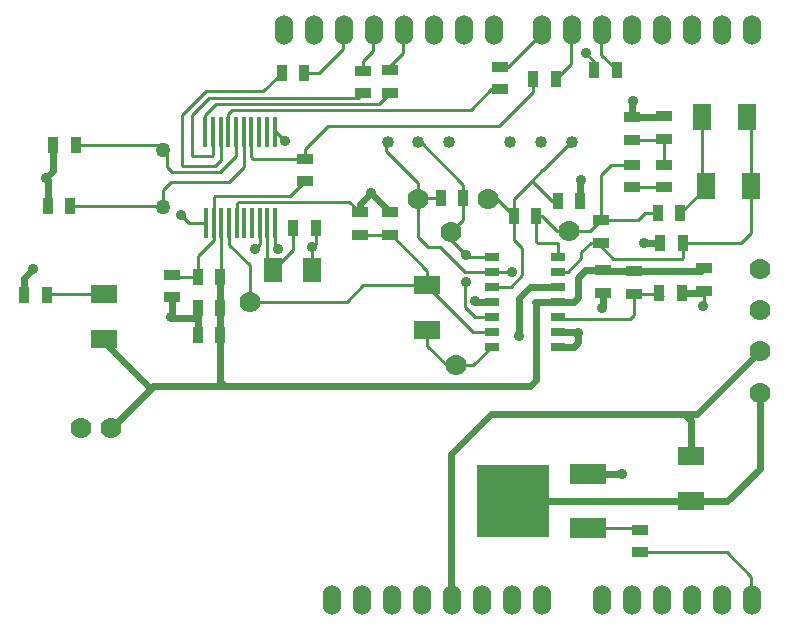
<source format=gtl>
G04 (created by PCBNEW (2013-07-07 BZR 4022)-stable) date 10/29/2014 9:54:54 AM*
%MOIN*%
G04 Gerber Fmt 3.4, Leading zero omitted, Abs format*
%FSLAX34Y34*%
G01*
G70*
G90*
G04 APERTURE LIST*
%ADD10C,0.00590551*%
%ADD11R,0.06X0.08*%
%ADD12R,0.055X0.035*%
%ADD13R,0.035X0.055*%
%ADD14C,0.07*%
%ADD15R,0.011811X0.0984252*%
%ADD16C,0.05*%
%ADD17R,0.0866X0.063*%
%ADD18R,0.063X0.0866*%
%ADD19R,0.05X0.025*%
%ADD20R,0.12X0.065*%
%ADD21R,0.24X0.24*%
%ADD22O,0.06X0.1*%
%ADD23C,0.04*%
%ADD24C,0.035*%
%ADD25C,0.01*%
%ADD26C,0.024*%
G04 APERTURE END LIST*
G54D10*
G54D11*
X81810Y-48370D03*
X83110Y-48370D03*
G54D12*
X94832Y-43997D03*
X94832Y-43247D03*
G54D13*
X79305Y-50525D03*
X80055Y-50525D03*
G54D12*
X78450Y-49275D03*
X78450Y-48525D03*
G54D13*
X79295Y-48595D03*
X80045Y-48595D03*
X74487Y-44202D03*
X75237Y-44202D03*
X74300Y-46240D03*
X75050Y-46240D03*
X79305Y-49619D03*
X80055Y-49619D03*
G54D12*
X82866Y-45399D03*
X82866Y-44649D03*
G54D13*
X82485Y-46964D03*
X83235Y-46964D03*
G54D12*
X93830Y-48410D03*
X93830Y-49160D03*
G54D13*
X94690Y-49120D03*
X95440Y-49120D03*
G54D12*
X84694Y-47195D03*
X84694Y-46445D03*
G54D13*
X95473Y-47470D03*
X94723Y-47470D03*
G54D12*
X93789Y-44016D03*
X93789Y-43266D03*
G54D13*
X94634Y-46476D03*
X95384Y-46476D03*
G54D12*
X92736Y-46711D03*
X92736Y-47461D03*
X93759Y-44861D03*
X93759Y-45611D03*
X94842Y-45611D03*
X94842Y-44861D03*
G54D13*
X89841Y-46564D03*
X90591Y-46564D03*
G54D12*
X85698Y-47195D03*
X85698Y-46445D03*
G54D13*
X82845Y-41790D03*
X82095Y-41790D03*
X73510Y-49190D03*
X74260Y-49190D03*
G54D12*
X84793Y-41725D03*
X84793Y-42475D03*
X85720Y-41705D03*
X85720Y-42455D03*
X89373Y-41595D03*
X89373Y-42345D03*
X94047Y-57775D03*
X94047Y-57025D03*
G54D13*
X91232Y-42007D03*
X90482Y-42007D03*
X93272Y-41710D03*
X92522Y-41710D03*
G54D14*
X81030Y-49430D03*
G54D15*
X79575Y-46809D03*
X79831Y-46809D03*
X80087Y-46809D03*
X80343Y-46809D03*
X80599Y-46809D03*
X80855Y-46809D03*
X81111Y-46809D03*
X81366Y-46809D03*
X81622Y-46809D03*
X81878Y-46809D03*
X81859Y-43757D03*
X81603Y-43757D03*
X81347Y-43757D03*
X81091Y-43757D03*
X80835Y-43757D03*
X80579Y-43757D03*
X80323Y-43757D03*
X80067Y-43757D03*
X79811Y-43757D03*
X79555Y-43757D03*
G54D16*
X78133Y-44359D03*
X78133Y-46280D03*
G54D14*
X98038Y-52456D03*
X98038Y-51078D03*
X98038Y-49700D03*
X98038Y-48322D03*
X75400Y-53637D03*
X76407Y-53641D03*
G54D17*
X86958Y-50373D03*
X86958Y-48877D03*
G54D18*
X97736Y-45580D03*
X96240Y-45580D03*
X96122Y-43248D03*
X97618Y-43248D03*
G54D17*
X76185Y-50668D03*
X76185Y-49172D03*
X95753Y-56071D03*
X95753Y-54575D03*
G54D19*
X91302Y-50920D03*
X91302Y-50420D03*
X91302Y-49920D03*
X91302Y-49420D03*
X91302Y-48920D03*
X91302Y-48420D03*
X91302Y-47920D03*
X89102Y-47920D03*
X89102Y-48420D03*
X89102Y-48920D03*
X89102Y-49420D03*
X89102Y-49920D03*
X89102Y-50420D03*
X89102Y-50920D03*
G54D20*
X92304Y-56965D03*
G54D21*
X89804Y-56065D03*
G54D20*
X92304Y-55165D03*
G54D12*
X92820Y-48375D03*
X92820Y-49125D03*
X96185Y-48310D03*
X96185Y-49060D03*
G54D14*
X91670Y-47075D03*
X88960Y-45990D03*
X87741Y-47111D03*
X87923Y-51545D03*
X86633Y-46013D03*
G54D22*
X89170Y-40364D03*
X88170Y-40364D03*
X87170Y-40364D03*
X86170Y-40364D03*
X85170Y-40364D03*
X84170Y-40364D03*
X83170Y-40364D03*
X82170Y-40364D03*
X86770Y-59364D03*
X85770Y-59364D03*
X84770Y-59364D03*
X83770Y-59364D03*
X87770Y-59364D03*
X88770Y-59364D03*
X89770Y-59364D03*
X90770Y-59364D03*
X92770Y-59364D03*
X93770Y-59364D03*
X94770Y-59364D03*
X95770Y-59364D03*
X96770Y-59364D03*
X97770Y-59364D03*
X97770Y-40364D03*
X96770Y-40364D03*
X95770Y-40364D03*
X94770Y-40364D03*
X93770Y-40364D03*
X92770Y-40364D03*
X91770Y-40364D03*
X90770Y-40364D03*
G54D13*
X88155Y-45970D03*
X87405Y-45970D03*
X92054Y-46053D03*
X91304Y-46053D03*
G54D23*
X91762Y-44114D03*
X90738Y-44114D03*
X89715Y-44114D03*
X87682Y-44095D03*
X86658Y-44095D03*
X85635Y-44095D03*
G54D24*
X92071Y-45353D03*
X90009Y-50580D03*
X85060Y-45810D03*
X93799Y-42736D03*
X94163Y-47450D03*
X91990Y-50450D03*
X78728Y-46532D03*
X92229Y-41135D03*
X89760Y-48430D03*
X96138Y-49574D03*
X78420Y-49940D03*
X74250Y-45300D03*
X92780Y-49630D03*
X88550Y-49410D03*
X82200Y-44050D03*
X81970Y-47670D03*
X81210Y-47670D03*
X83110Y-47610D03*
X73816Y-48330D03*
X88238Y-47864D03*
X88228Y-48759D03*
X93430Y-55180D03*
G54D25*
X94047Y-57775D02*
X96926Y-57775D01*
X97750Y-58599D02*
X97750Y-59400D01*
X96926Y-57775D02*
X97750Y-58599D01*
X84793Y-41725D02*
X84793Y-41413D01*
X85150Y-41056D02*
X85150Y-40400D01*
X84793Y-41413D02*
X85150Y-41056D01*
X85720Y-41705D02*
X85720Y-41550D01*
X86150Y-41120D02*
X86150Y-40400D01*
X85720Y-41550D02*
X86150Y-41120D01*
X82845Y-41790D02*
X83341Y-41790D01*
X84150Y-40981D02*
X84150Y-40400D01*
X83341Y-41790D02*
X84150Y-40981D01*
X84150Y-40750D02*
X84150Y-40400D01*
G54D26*
X95753Y-54575D02*
X95753Y-53393D01*
X95753Y-53393D02*
X95532Y-53172D01*
X87750Y-59400D02*
X87750Y-54499D01*
X95944Y-53172D02*
X98038Y-51078D01*
X89077Y-53172D02*
X95532Y-53172D01*
X95532Y-53172D02*
X95944Y-53172D01*
X87750Y-54499D02*
X89077Y-53172D01*
G54D25*
X89373Y-41595D02*
X89637Y-41595D01*
X90750Y-40482D02*
X90750Y-40400D01*
X89637Y-41595D02*
X90750Y-40482D01*
X91750Y-40400D02*
X91750Y-41489D01*
X91750Y-41489D02*
X91232Y-42007D01*
X92750Y-40400D02*
X92750Y-41188D01*
X92750Y-41188D02*
X93272Y-41710D01*
X79295Y-48595D02*
X78520Y-48595D01*
X78520Y-48595D02*
X78450Y-48525D01*
X79831Y-46809D02*
X79831Y-45930D01*
X82380Y-45885D02*
X82866Y-45399D01*
X79877Y-45885D02*
X82380Y-45885D01*
X79831Y-45930D02*
X79877Y-45885D01*
X79831Y-46809D02*
X79831Y-47372D01*
X79295Y-47908D02*
X79295Y-48595D01*
X79831Y-47372D02*
X79295Y-47908D01*
X81030Y-49430D02*
X84260Y-49430D01*
X84812Y-48877D02*
X86958Y-48877D01*
X84260Y-49430D02*
X84812Y-48877D01*
X89102Y-50420D02*
X88490Y-50420D01*
X88490Y-50420D02*
X86958Y-48887D01*
X86958Y-48887D02*
X86958Y-48877D01*
X84694Y-47195D02*
X85698Y-47195D01*
X85698Y-47195D02*
X85768Y-47195D01*
X85768Y-47195D02*
X86958Y-48385D01*
X86958Y-48385D02*
X86958Y-48877D01*
X80343Y-46809D02*
X80343Y-47523D01*
X80343Y-47523D02*
X81030Y-48210D01*
X81030Y-48210D02*
X81030Y-49430D01*
X84180Y-42639D02*
X79659Y-42639D01*
X79811Y-44528D02*
X79770Y-44570D01*
X79811Y-44528D02*
X79811Y-43757D01*
X79130Y-44570D02*
X79770Y-44570D01*
X79110Y-44550D02*
X79130Y-44570D01*
X79110Y-43189D02*
X79110Y-44550D01*
X79659Y-42639D02*
X79110Y-43189D01*
X84015Y-42639D02*
X84180Y-42639D01*
X84180Y-42639D02*
X84628Y-42639D01*
X84628Y-42639D02*
X84793Y-42475D01*
X79555Y-43757D02*
X79555Y-43204D01*
X85335Y-42839D02*
X85720Y-42455D01*
X79920Y-42839D02*
X85335Y-42839D01*
X79555Y-43204D02*
X79920Y-42839D01*
X80358Y-45418D02*
X78411Y-45418D01*
X78133Y-45696D02*
X78133Y-46280D01*
X78411Y-45418D02*
X78133Y-45696D01*
X76842Y-46240D02*
X78093Y-46240D01*
X78093Y-46240D02*
X78133Y-46280D01*
X75050Y-46240D02*
X76842Y-46240D01*
X80835Y-43757D02*
X80835Y-44942D01*
X80835Y-44942D02*
X80358Y-45418D01*
X80358Y-45418D02*
X80344Y-45433D01*
X80049Y-45098D02*
X78451Y-45098D01*
X80049Y-45098D02*
X80579Y-44568D01*
X80579Y-43757D02*
X80579Y-44568D01*
X78270Y-44495D02*
X78133Y-44359D01*
X78270Y-44916D02*
X78270Y-44495D01*
X78451Y-45098D02*
X78270Y-44916D01*
X75237Y-44202D02*
X77977Y-44202D01*
X77977Y-44202D02*
X78133Y-44359D01*
X82485Y-46964D02*
X82485Y-47695D01*
X82485Y-47695D02*
X81810Y-48370D01*
X81622Y-46809D02*
X81622Y-48182D01*
X81622Y-48182D02*
X81810Y-48370D01*
X81475Y-42410D02*
X79570Y-42410D01*
X80067Y-44712D02*
X79950Y-44830D01*
X80067Y-43757D02*
X80067Y-44712D01*
X81475Y-42410D02*
X82095Y-41790D01*
X79881Y-44898D02*
X79950Y-44830D01*
X78800Y-44898D02*
X79881Y-44898D01*
X78790Y-44888D02*
X78800Y-44898D01*
X78790Y-43190D02*
X78790Y-44888D01*
X79570Y-42410D02*
X78790Y-43190D01*
G54D26*
X80055Y-50525D02*
X80055Y-52095D01*
X80055Y-52095D02*
X80205Y-52245D01*
X76185Y-50668D02*
X76185Y-50775D01*
X76185Y-50775D02*
X77729Y-52319D01*
X90575Y-51600D02*
X90575Y-52030D01*
X90575Y-52030D02*
X90360Y-52245D01*
X90360Y-52245D02*
X80205Y-52245D01*
X77804Y-52245D02*
X77729Y-52319D01*
X80205Y-52245D02*
X77804Y-52245D01*
X77729Y-52319D02*
X76407Y-53641D01*
X80055Y-49619D02*
X80055Y-50525D01*
X80045Y-48595D02*
X80045Y-49609D01*
X80045Y-49609D02*
X80055Y-49619D01*
G54D25*
X80087Y-46809D02*
X80087Y-48554D01*
X80087Y-48554D02*
X80045Y-48595D01*
G54D26*
X91302Y-49420D02*
X90555Y-49420D01*
X90575Y-49440D02*
X90575Y-51600D01*
X90575Y-51600D02*
X90575Y-51670D01*
X90555Y-49420D02*
X90575Y-49440D01*
X93830Y-48410D02*
X92855Y-48410D01*
X92855Y-48410D02*
X92820Y-48375D01*
X92820Y-48375D02*
X92220Y-48375D01*
X91835Y-49420D02*
X91302Y-49420D01*
X91980Y-49275D02*
X91835Y-49420D01*
X91980Y-48615D02*
X91980Y-49275D01*
X92220Y-48375D02*
X91980Y-48615D01*
X93830Y-48410D02*
X96085Y-48410D01*
X96085Y-48410D02*
X96185Y-48310D01*
X92054Y-46053D02*
X92054Y-45370D01*
X92054Y-45370D02*
X92071Y-45353D01*
X91302Y-48920D02*
X90382Y-48920D01*
X90000Y-50571D02*
X90009Y-50580D01*
X90000Y-49302D02*
X90000Y-50571D01*
X90382Y-48920D02*
X90000Y-49302D01*
G54D25*
X80599Y-46809D02*
X80599Y-46165D01*
X84356Y-46107D02*
X84694Y-46445D01*
X80657Y-46107D02*
X84356Y-46107D01*
X80599Y-46165D02*
X80657Y-46107D01*
G54D26*
X85698Y-46445D02*
X85695Y-46445D01*
X84694Y-46175D02*
X85060Y-45810D01*
X84694Y-46175D02*
X84694Y-46445D01*
X85695Y-46445D02*
X85060Y-45810D01*
X93789Y-43266D02*
X93789Y-42746D01*
X93789Y-42746D02*
X93799Y-42736D01*
X93789Y-43266D02*
X94812Y-43266D01*
X94812Y-43266D02*
X94832Y-43247D01*
X94723Y-47470D02*
X94183Y-47470D01*
X94183Y-47470D02*
X94163Y-47450D01*
X91302Y-50920D02*
X91850Y-50920D01*
X91960Y-50420D02*
X91990Y-50450D01*
X91960Y-50420D02*
X91302Y-50420D01*
X91990Y-50780D02*
X91990Y-50450D01*
X91850Y-50920D02*
X91990Y-50780D01*
G54D25*
X86425Y-43040D02*
X88396Y-43040D01*
X89091Y-42345D02*
X89373Y-42345D01*
X88396Y-43040D02*
X89091Y-42345D01*
X80323Y-43757D02*
X80323Y-43166D01*
X80450Y-43040D02*
X83440Y-43040D01*
X83440Y-43040D02*
X86425Y-43040D01*
X86425Y-43040D02*
X86585Y-43040D01*
X80323Y-43166D02*
X80450Y-43040D01*
X82200Y-44650D02*
X82835Y-44650D01*
X81091Y-43757D02*
X81091Y-44608D01*
X81132Y-44650D02*
X82200Y-44650D01*
X81091Y-44608D02*
X81132Y-44650D01*
X90482Y-42007D02*
X90482Y-42419D01*
X82883Y-44324D02*
X82883Y-44698D01*
X83643Y-43565D02*
X82883Y-44324D01*
X89336Y-43565D02*
X83643Y-43565D01*
X90482Y-42419D02*
X89336Y-43565D01*
X79005Y-46809D02*
X78728Y-46532D01*
X79005Y-46809D02*
X79575Y-46809D01*
X92522Y-41428D02*
X92229Y-41135D01*
X92522Y-41428D02*
X92522Y-41710D01*
X87405Y-45970D02*
X86677Y-45970D01*
X86677Y-45970D02*
X86633Y-46013D01*
X85562Y-44064D02*
X85562Y-44382D01*
X86633Y-45453D02*
X86633Y-46013D01*
X85562Y-44382D02*
X86633Y-45453D01*
X86968Y-47598D02*
X87381Y-47598D01*
X86968Y-47598D02*
X86633Y-47263D01*
X86633Y-46013D02*
X86633Y-47263D01*
X88666Y-48420D02*
X89102Y-48420D01*
X88203Y-48420D02*
X88666Y-48420D01*
X87381Y-47598D02*
X88203Y-48420D01*
X89102Y-48420D02*
X89750Y-48420D01*
X89750Y-48420D02*
X89760Y-48430D01*
X96240Y-45580D02*
X96240Y-45621D01*
X96240Y-45621D02*
X95384Y-46476D01*
X96122Y-43248D02*
X96122Y-45462D01*
X96122Y-45462D02*
X96240Y-45580D01*
X94842Y-45611D02*
X93759Y-45611D01*
X94832Y-43997D02*
X94832Y-44851D01*
X94832Y-44851D02*
X94842Y-44861D01*
X93789Y-44016D02*
X94812Y-44016D01*
X94812Y-44016D02*
X94832Y-43997D01*
X87923Y-51545D02*
X87618Y-51545D01*
X86958Y-50885D02*
X86958Y-50373D01*
X87618Y-51545D02*
X86958Y-50885D01*
X87923Y-51545D02*
X88476Y-51545D01*
X88476Y-51545D02*
X89102Y-50920D01*
X93830Y-49160D02*
X94650Y-49160D01*
X94650Y-49160D02*
X94690Y-49120D01*
X92360Y-49995D02*
X91377Y-49995D01*
X92360Y-49995D02*
X93710Y-49995D01*
X93710Y-49995D02*
X93830Y-49875D01*
X93830Y-49160D02*
X93830Y-49875D01*
X91377Y-49995D02*
X91302Y-49920D01*
X94740Y-49285D02*
X94805Y-49220D01*
X97736Y-45580D02*
X97736Y-43366D01*
X97736Y-43366D02*
X97618Y-43248D01*
X95473Y-47470D02*
X97401Y-47470D01*
X97736Y-47135D02*
X97736Y-45580D01*
X97401Y-47470D02*
X97736Y-47135D01*
X92736Y-47461D02*
X92736Y-47568D01*
X95473Y-47961D02*
X95473Y-47470D01*
X95452Y-47982D02*
X95473Y-47961D01*
X93149Y-47982D02*
X95452Y-47982D01*
X92736Y-47568D02*
X93149Y-47982D01*
X92086Y-47972D02*
X92086Y-47775D01*
X91639Y-48420D02*
X92086Y-47972D01*
X91302Y-48420D02*
X91639Y-48420D01*
X92400Y-47461D02*
X92736Y-47461D01*
X92086Y-47775D02*
X92400Y-47461D01*
X91670Y-47075D02*
X92372Y-47075D01*
X92372Y-47075D02*
X92736Y-46711D01*
X90591Y-46564D02*
X90776Y-46564D01*
X91287Y-47075D02*
X91670Y-47075D01*
X90776Y-46564D02*
X91287Y-47075D01*
X90639Y-46515D02*
X90591Y-46564D01*
X92736Y-46711D02*
X93985Y-46711D01*
X93985Y-46711D02*
X94220Y-46476D01*
X94220Y-46476D02*
X94634Y-46476D01*
X93759Y-44861D02*
X93089Y-44861D01*
X93089Y-44861D02*
X92736Y-45214D01*
X92736Y-45214D02*
X92736Y-46711D01*
X90591Y-46564D02*
X90591Y-47419D01*
X91302Y-47920D02*
X91302Y-47478D01*
X90591Y-47419D02*
X90650Y-47478D01*
X91290Y-47478D02*
X91302Y-47478D01*
X90650Y-47478D02*
X91290Y-47478D01*
X76185Y-49172D02*
X74278Y-49172D01*
X74278Y-49172D02*
X74260Y-49190D01*
G54D26*
X95753Y-56071D02*
X89810Y-56071D01*
X89810Y-56071D02*
X89804Y-56065D01*
X98038Y-52456D02*
X98038Y-54984D01*
X96952Y-56071D02*
X95753Y-56071D01*
X98038Y-54984D02*
X96952Y-56071D01*
G54D25*
X91617Y-44220D02*
X91669Y-44220D01*
X91669Y-44220D02*
X91793Y-44096D01*
X90790Y-45040D02*
X90797Y-45040D01*
X90439Y-45390D02*
X90790Y-45040D01*
X90797Y-45040D02*
X91617Y-44220D01*
X91617Y-44220D02*
X91638Y-44199D01*
X91304Y-46053D02*
X91102Y-46053D01*
X91102Y-46053D02*
X90439Y-45390D01*
X91259Y-46179D02*
X91228Y-46179D01*
X89841Y-46564D02*
X89841Y-45989D01*
X89841Y-45989D02*
X90439Y-45390D01*
X89102Y-48920D02*
X89731Y-48920D01*
X89841Y-47360D02*
X89841Y-46564D01*
X90118Y-47637D02*
X89841Y-47360D01*
X90118Y-48533D02*
X90118Y-47637D01*
X89731Y-48920D02*
X90118Y-48533D01*
X88960Y-45990D02*
X89267Y-45990D01*
X89267Y-45990D02*
X89841Y-46564D01*
X89731Y-46454D02*
X89841Y-46564D01*
X96185Y-49060D02*
X96185Y-49527D01*
X96185Y-49527D02*
X96138Y-49574D01*
G54D26*
X79305Y-49980D02*
X78460Y-49980D01*
X78450Y-49909D02*
X78450Y-49275D01*
X78450Y-49909D02*
X78420Y-49940D01*
X78460Y-49980D02*
X78420Y-49940D01*
X79305Y-49619D02*
X79305Y-49980D01*
X79305Y-49980D02*
X79305Y-50525D01*
X74487Y-44202D02*
X74487Y-45062D01*
X74300Y-45350D02*
X74250Y-45300D01*
X74300Y-45350D02*
X74300Y-46240D01*
X74487Y-45062D02*
X74250Y-45300D01*
X92820Y-49125D02*
X92820Y-49590D01*
X92820Y-49590D02*
X92780Y-49630D01*
X95440Y-49120D02*
X96125Y-49120D01*
X96125Y-49120D02*
X96185Y-49060D01*
X89102Y-49420D02*
X88560Y-49420D01*
X88560Y-49420D02*
X88550Y-49410D01*
G54D25*
X81859Y-43757D02*
X81907Y-43757D01*
X81907Y-43757D02*
X82200Y-44050D01*
X81878Y-46809D02*
X81878Y-47578D01*
X81878Y-47578D02*
X81970Y-47670D01*
X81366Y-46809D02*
X81366Y-47513D01*
X81366Y-47513D02*
X81210Y-47670D01*
X83110Y-48370D02*
X83110Y-47610D01*
X83235Y-47485D02*
X83110Y-47610D01*
X83235Y-47485D02*
X83235Y-46964D01*
G54D26*
X73510Y-49190D02*
X73510Y-48636D01*
X73510Y-48636D02*
X73816Y-48330D01*
G54D25*
X87741Y-47111D02*
X87741Y-47366D01*
X87741Y-47366D02*
X88238Y-47864D01*
X88155Y-45970D02*
X88155Y-46697D01*
X88155Y-46697D02*
X87741Y-47111D01*
X86585Y-44064D02*
X86697Y-44064D01*
X88155Y-45522D02*
X88155Y-45970D01*
X86697Y-44064D02*
X88155Y-45522D01*
X89102Y-47920D02*
X88294Y-47920D01*
X88294Y-47920D02*
X88238Y-47864D01*
X88542Y-49920D02*
X89102Y-49920D01*
X88208Y-49586D02*
X88542Y-49920D01*
X88208Y-48779D02*
X88208Y-49586D01*
X88228Y-48759D02*
X88208Y-48779D01*
G54D26*
X92304Y-55165D02*
X93415Y-55165D01*
X93415Y-55165D02*
X93430Y-55180D01*
G54D25*
X88750Y-59400D02*
X88750Y-58950D01*
X92304Y-56965D02*
X93987Y-56965D01*
X93987Y-56965D02*
X94047Y-57025D01*
M02*

</source>
